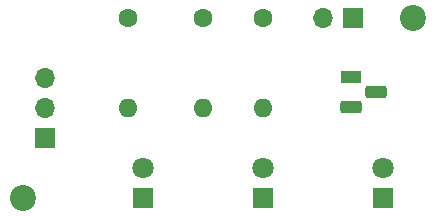
<source format=gbr>
%TF.GenerationSoftware,KiCad,Pcbnew,(6.0.4)*%
%TF.CreationDate,2022-10-02T23:44:47+02:00*%
%TF.ProjectId,light_gate,6c696768-745f-4676-9174-652e6b696361,rev?*%
%TF.SameCoordinates,Original*%
%TF.FileFunction,Soldermask,Bot*%
%TF.FilePolarity,Negative*%
%FSLAX46Y46*%
G04 Gerber Fmt 4.6, Leading zero omitted, Abs format (unit mm)*
G04 Created by KiCad (PCBNEW (6.0.4)) date 2022-10-02 23:44:47*
%MOMM*%
%LPD*%
G01*
G04 APERTURE LIST*
G04 Aperture macros list*
%AMRoundRect*
0 Rectangle with rounded corners*
0 $1 Rounding radius*
0 $2 $3 $4 $5 $6 $7 $8 $9 X,Y pos of 4 corners*
0 Add a 4 corners polygon primitive as box body*
4,1,4,$2,$3,$4,$5,$6,$7,$8,$9,$2,$3,0*
0 Add four circle primitives for the rounded corners*
1,1,$1+$1,$2,$3*
1,1,$1+$1,$4,$5*
1,1,$1+$1,$6,$7*
1,1,$1+$1,$8,$9*
0 Add four rect primitives between the rounded corners*
20,1,$1+$1,$2,$3,$4,$5,0*
20,1,$1+$1,$4,$5,$6,$7,0*
20,1,$1+$1,$6,$7,$8,$9,0*
20,1,$1+$1,$8,$9,$2,$3,0*%
G04 Aperture macros list end*
%ADD10R,1.800000X1.100000*%
%ADD11RoundRect,0.275000X-0.625000X0.275000X-0.625000X-0.275000X0.625000X-0.275000X0.625000X0.275000X0*%
%ADD12C,1.600000*%
%ADD13O,1.600000X1.600000*%
%ADD14R,1.800000X1.800000*%
%ADD15C,1.800000*%
%ADD16R,1.700000X1.700000*%
%ADD17O,1.700000X1.700000*%
%ADD18C,2.200000*%
G04 APERTURE END LIST*
D10*
%TO.C,Q1*%
X144612528Y-99000000D03*
D11*
X146682528Y-100270000D03*
X144612528Y-101540000D03*
%TD*%
D12*
%TO.C,R1*%
X125730000Y-93980000D03*
D13*
X125730000Y-101600000D03*
%TD*%
D14*
%TO.C,D1*%
X127000000Y-109220000D03*
D15*
X127000000Y-106680000D03*
%TD*%
D16*
%TO.C,J1*%
X118675000Y-104125000D03*
D17*
X118675000Y-101585000D03*
X118675000Y-99045000D03*
%TD*%
D12*
%TO.C,R2*%
X132080000Y-93980000D03*
D13*
X132080000Y-101600000D03*
%TD*%
D16*
%TO.C,J2*%
X144780000Y-93980000D03*
D17*
X142240000Y-93980000D03*
%TD*%
D14*
%TO.C,D2*%
X137160000Y-109220000D03*
D15*
X137160000Y-106680000D03*
%TD*%
D18*
%TO.C,H1*%
X149860000Y-93980000D03*
%TD*%
D14*
%TO.C,D3*%
X147320000Y-109220000D03*
D15*
X147320000Y-106680000D03*
%TD*%
D12*
%TO.C,R3*%
X137160000Y-93980000D03*
D13*
X137160000Y-101600000D03*
%TD*%
D18*
%TO.C,H2*%
X116840000Y-109220000D03*
%TD*%
M02*

</source>
